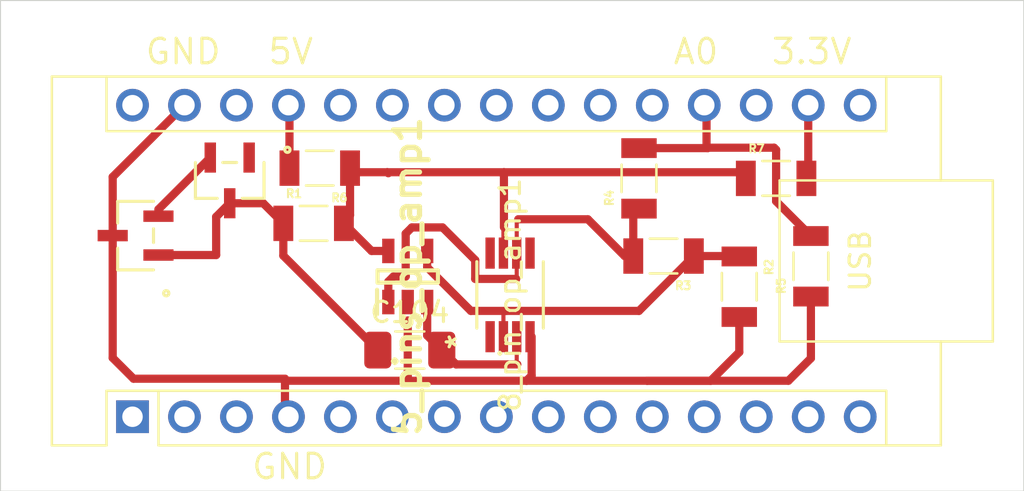
<source format=kicad_pcb>
(kicad_pcb (version 20240108) (generator "pcbnew") (generator_version "8.0")
  (layers (0 "F.Cu" signal) (31 "B.Cu" signal) (34 "B.Paste" user) (35 "F.Paste" user) (36 "B.SilkS" user "B.Silkscreen") (37 "F.SilkS" user "F.Silkscreen") (38 "B.Mask" user) (39 "F.Mask" user) (44 "Edge.Cuts" user))
  (net 0 "")
  (net 1 "Net-(Q1-C)")
  (net 3 "Net-(Q1-B)")
  (net 21 "Net-(A1-3V3)")
  (net 27 "Net-(A1-A0)")
  (net 28 "Net-(A1-+5V)")
  (net 32 "Net-(5_pins_op_amp1-VDD)")
  (net 33 "Net-(5_pins_op_amp1-VIN-)")
  (net 34 "Net-(5_pins_op_amp1-VSS)")
  (net 35 "Net-(5_pins_op_amp1-VOUT)")
  (net 36 "Net-(5_pins_op_amp1-VIN+)")
  (footprint "Capacitor_SMD:C_1206_3216Metric_Pad1.33x1.80mm_HandSolder" (layer "F.Cu") (at 46 66.6)
    (property "Reference" "C104" (at 0 -1.85 0) (layer "F.SilkS"))
    (property "Value" ".1uF")
    (fp_line (start -0.711252 -0.91) (end 0.711252 -0.91) (stroke (width 0.12)) (layer "F.SilkS"))
    (fp_line (start -0.711252 0.91) (end 0.711252 0.91) (stroke (width 0.12)) (layer "F.SilkS"))
    (pad "1" smd roundrect (at -1.5625 0) (size 1.325 1.8) (layers "F.Cu" "F.Paste" "F.Mask") (roundrect_rratio 0.188679) (net 1 "Net-(Q1-C)"))
    (pad "2" smd roundrect (at 1.5625 0) (size 1.325 1.8) (layers "F.Cu" "F.Paste" "F.Mask") (roundrect_rratio 0.188679) (net 36 "Net-(5_pins_op_amp1-VIN+)"))
  )
  (footprint "1206:RESC3116X65N" (layer "F.Cu") (at 58.4 62 180)
    (property "Reference" "R3" (at -0.96 -1.45 180) (layer "F.SilkS") (effects (font (size 0.393701 0.393701))))
    (property "Value" "R")
    (fp_line (start -0.67 0.85) (end 0.67 0.85) (stroke (width 0.127)) (layer "F.SilkS"))
    (fp_line (start -0.67 -0.85) (end 0.67 -0.85) (stroke (width 0.127)) (layer "F.SilkS"))
    (pad "1" smd rect (at -1.48 0 180) (size 0.97 1.73) (layers "F.Cu" "F.Paste" "F.Mask") (net 33 "Net-(5_pins_op_amp1-VIN-)"))
    (pad "2" smd rect (at 1.48 0 180) (size 0.97 1.73) (layers "F.Cu" "F.Paste" "F.Mask") (net 35 "Net-(5_pins_op_amp1-VOUT)"))
  )
  (footprint "1206:RESC3116X65N" (layer "F.Cu") (at 41.6 57.7 180)
    (property "Reference" "R6" (at -0.96 -1.45 180) (layer "F.SilkS") (effects (font (size 0.393701 0.393701))))
    (property "Value" "R")
    (fp_line (start -0.67 0.85) (end 0.67 0.85) (stroke (width 0.127)) (layer "F.SilkS"))
    (fp_line (start -0.67 -0.85) (end 0.67 -0.85) (stroke (width 0.127)) (layer "F.SilkS"))
    (pad "1" smd rect (at -1.48 0 180) (size 0.97 1.73) (layers "F.Cu" "F.Paste" "F.Mask") (net 32 "Net-(5_pins_op_amp1-VDD)"))
    (pad "2" smd rect (at 1.48 0 180) (size 0.97 1.73) (layers "F.Cu" "F.Paste" "F.Mask") (net 28 "Net-(A1-+5V)"))
  )
  (footprint "1206:RESC3116X65N" (layer "F.Cu") (at 65.6 62.5 90)
    (property "Reference" "R5" (at -0.96 -1.45 -90) (layer "F.SilkS") (effects (font (size 0.393701 0.393701))))
    (property "Value" "R")
    (fp_line (start -0.67 -0.85) (end 0.67 -0.85) (stroke (width 0.127)) (layer "F.SilkS"))
    (fp_line (start -0.67 0.85) (end 0.67 0.85) (stroke (width 0.127)) (layer "F.SilkS"))
    (pad "1" smd rect (at -1.48 0 90) (size 0.97 1.73) (layers "F.Cu" "F.Paste" "F.Mask") (net 34 "Net-(5_pins_op_amp1-VSS)"))
    (pad "2" smd rect (at 1.48 0 90) (size 0.97 1.73) (layers "F.Cu" "F.Paste" "F.Mask") (net 27 "Net-(A1-A0)"))
  )
  (footprint "op_amp_MCP6291-E/MS:MSOP8_MC_MCH" (layer "F.Cu") (at 50.9 63.9 90)
    (property "Reference" "8_pin_op_amp1" (at 0 0 90) (layer "F.SilkS"))
    (property "Value" "MCP6L91RT-EMS")
    (fp_line (start 1.6256 -1.6256) (end -1.6256 -1.6256) (stroke (width 0.1524)) (layer "F.SilkS"))
    (fp_line (start -1.6256 1.6256) (end 1.6256 1.6256) (stroke (width 0.1524)) (layer "F.SilkS"))
    (fp_text user "*" (at -2.2987 -2.5752 270) (layer "F.SilkS"))
    (fp_text user "*" (at -2.2987 -2.5752 90) (layer "F.SilkS"))
    (pad "1" smd rect (at -2.0447 -0.974999 90) (size 1.524 0.4572) (layers "F.Cu" "F.Paste" "F.Mask"))
    (pad "2" smd rect (at -2.0447 -0.325001 90) (size 1.524 0.4572) (layers "F.Cu" "F.Paste" "F.Mask") (net 33 "Net-(5_pins_op_amp1-VIN-)"))
    (pad "3" smd rect (at -2.0447 0.325001 90) (size 1.524 0.4572) (layers "F.Cu" "F.Paste" "F.Mask") (net 36 "Net-(5_pins_op_amp1-VIN+)"))
    (pad "4" smd rect (at -2.0447 0.974999 90) (size 1.524 0.4572) (layers "F.Cu" "F.Paste" "F.Mask") (net 34 "Net-(5_pins_op_amp1-VSS)"))
    (pad "5" smd rect (at 2.0447 0.974999 90) (size 1.524 0.4572) (layers "F.Cu" "F.Paste" "F.Mask"))
    (pad "6" smd rect (at 2.0447 0.325001 90) (size 1.524 0.4572) (layers "F.Cu" "F.Paste" "F.Mask") (net 35 "Net-(5_pins_op_amp1-VOUT)"))
    (pad "7" smd rect (at 2.0447 -0.325001 90) (size 1.524 0.4572) (layers "F.Cu" "F.Paste" "F.Mask") (net 32 "Net-(5_pins_op_amp1-VDD)"))
    (pad "8" smd rect (at 2.0447 -0.974999 90) (size 1.524 0.4572) (layers "F.Cu" "F.Paste" "F.Mask"))
  )
  (footprint "1206:RESC3116X65N" (layer "F.Cu") (at 63.9 58.2)
    (property "Reference" "R7" (at -0.96 -1.45 0) (layer "F.SilkS") (effects (font (size 0.393701 0.393701))))
    (property "Value" "R")
    (fp_line (start -0.67 -0.85) (end 0.67 -0.85) (stroke (width 0.127)) (layer "F.SilkS"))
    (fp_line (start -0.67 0.85) (end 0.67 0.85) (stroke (width 0.127)) (layer "F.SilkS"))
    (pad "1" smd rect (at -1.48 0) (size 0.97 1.73) (layers "F.Cu" "F.Paste" "F.Mask") (net 32 "Net-(5_pins_op_amp1-VDD)"))
    (pad "2" smd rect (at 1.48 0) (size 0.97 1.73) (layers "F.Cu" "F.Paste" "F.Mask") (net 21 "Net-(A1-3V3)"))
  )
  (footprint "1206:RESC3116X65N" (layer "F.Cu") (at 62.1 63.5 -90)
    (property "Reference" "R2" (at -0.96 -1.45 90) (layer "F.SilkS") (effects (font (size 0.393701 0.393701))))
    (property "Value" "R")
    (fp_line (start -0.67 0.85) (end 0.67 0.85) (stroke (width 0.127)) (layer "F.SilkS"))
    (fp_line (start -0.67 -0.85) (end 0.67 -0.85) (stroke (width 0.127)) (layer "F.SilkS"))
    (pad "1" smd rect (at -1.48 0 270) (size 0.97 1.73) (layers "F.Cu" "F.Paste" "F.Mask") (net 33 "Net-(5_pins_op_amp1-VIN-)"))
    (pad "2" smd rect (at 1.48 0 270) (size 0.97 1.73) (layers "F.Cu" "F.Paste" "F.Mask") (net 34 "Net-(5_pins_op_amp1-VSS)"))
  )
  (footprint "1206:RESC3116X65N" (layer "F.Cu") (at 41.3 60.4)
    (property "Reference" "R1" (at -0.96 -1.45 360) (layer "F.SilkS") (effects (font (size 0.393701 0.393701))))
    (property "Value" "R")
    (fp_line (start -0.67 -0.85) (end 0.67 -0.85) (stroke (width 0.127)) (layer "F.SilkS"))
    (fp_line (start -0.67 0.85) (end 0.67 0.85) (stroke (width 0.127)) (layer "F.SilkS"))
    (pad "1" smd rect (at -1.48 0) (size 0.97 1.73) (layers "F.Cu" "F.Paste" "F.Mask") (net 1 "Net-(Q1-C)"))
    (pad "2" smd rect (at 1.48 0) (size 0.97 1.73) (layers "F.Cu" "F.Paste" "F.Mask") (net 32 "Net-(5_pins_op_amp1-VDD)"))
  )
  (footprint "op_amp_MCP6291T-E/OT:SOT95P280X145-5N" (layer "F.Cu") (at 45.9 63 90)
    (property "Reference" "5_pins_op_amp1" (at 0 0 270) (layer "F.SilkS") (effects (font (size 1.27 1.27) (thickness 0.254))))
    (property "Value" "MCP6291T-E_OT" (hide yes))
    (fp_line (start -1.85 -1.5) (end -0.65 -1.5) (stroke (width 0.2)) (layer "F.SilkS"))
    (fp_line (start 0.3 -1.475) (end 0.3 1.475) (stroke (width 0.2)) (layer "F.SilkS"))
    (fp_line (start -0.3 -1.475) (end 0.3 -1.475) (stroke (width 0.2)) (layer "F.SilkS"))
    (fp_line (start 0.3 1.475) (end -0.3 1.475) (stroke (width 0.2)) (layer "F.SilkS"))
    (fp_line (start -0.3 1.475) (end -0.3 -1.475) (stroke (width 0.2)) (layer "F.SilkS"))
    (pad "1" smd rect (at -1.25 -0.95 180) (size 0.6 1.2) (layers "F.Cu" "F.Paste" "F.Mask") (net 35 "Net-(5_pins_op_amp1-VOUT)"))
    (pad "2" smd rect (at -1.25 0 180) (size 0.6 1.2) (layers "F.Cu" "F.Paste" "F.Mask") (net 34 "Net-(5_pins_op_amp1-VSS)"))
    (pad "3" smd rect (at -1.25 0.95 180) (size 0.6 1.2) (layers "F.Cu" "F.Paste" "F.Mask") (net 36 "Net-(5_pins_op_amp1-VIN+)"))
    (pad "4" smd rect (at 1.25 0.95 180) (size 0.6 1.2) (layers "F.Cu" "F.Paste" "F.Mask") (net 33 "Net-(5_pins_op_amp1-VIN-)"))
    (pad "5" smd rect (at 1.25 -0.95 180) (size 0.6 1.2) (layers "F.Cu" "F.Paste" "F.Mask") (net 32 "Net-(5_pins_op_amp1-VDD)"))
  )
  (footprint "2SC3356:SOT-23_MINIMOLD_REN" (layer "F.Cu") (at 32.6 61 90)
    (property "Reference" "Q3" (hide yes))
    (property "Value" "2SC3356" (hide yes))
    (fp_line (start 1.6764 -0.8763) (end 0.61214 -0.8763) (stroke (width 0.1524)) (layer "F.SilkS"))
    (fp_line (start -0.61214 -0.8763) (end -1.6764 -0.8763) (stroke (width 0.1524)) (layer "F.SilkS"))
    (fp_line (start -1.6764 -0.8763) (end -1.6764 0.8763) (stroke (width 0.1524)) (layer "F.SilkS"))
    (fp_line (start 1.6764 0.8763) (end 1.6764 -0.8763) (stroke (width 0.1524)) (layer "F.SilkS"))
    (fp_line (start -0.337861 0.8763) (end 0.337861 0.8763) (stroke (width 0.1524)) (layer "F.SilkS"))
    (fp_circle (center -2.8194 1.4986) (end -2.6924 1.4986) (stroke (width 0.1524)) (fill none) (layer "F.SilkS"))
    (pad "1" smd rect (at -0.950001 1.1176 90) (size 0.5588 1.4732) (layers "F.Cu" "F.Paste" "F.Mask") (net 1 "Net-(Q1-C)"))
    (pad "2" smd rect (at 0.950001 1.1176 90) (size 0.5588 1.4732) (layers "F.Cu" "F.Paste" "F.Mask") (net 3 "Net-(Q1-B)"))
    (pad "3" smd rect (at 0 -1.1176 90) (size 0.5588 1.4732) (layers "F.Cu" "F.Paste" "F.Mask") (net 34 "Net-(5_pins_op_amp1-VSS)"))
  )
  (footprint "Module:Arduino_Nano" (layer "F.Cu") (at 32.45 69.86 90)
    (property "Reference" "A1" (hide yes))
    (property "Value" "Arduino_Nano_Every" (hide yes))
    (fp_line (start 16.64 -3.94) (end -1.4 -3.94) (stroke (width 0.12)) (layer "F.SilkS"))
    (fp_line (start -1.4 -3.94) (end -1.4 -1.27) (stroke (width 0.12)) (layer "F.SilkS"))
    (fp_line (start 13.97 -1.27) (end 16.64 -1.27) (stroke (width 0.12)) (layer "F.SilkS"))
    (fp_line (start 13.97 -1.27) (end 13.97 36.83) (stroke (width 0.12)) (layer "F.SilkS"))
    (fp_line (start 1.27 -1.27) (end -1.4 -1.27) (stroke (width 0.12)) (layer "F.SilkS"))
    (fp_line (start 1.27 1.27) (end 1.27 -1.27) (stroke (width 0.12)) (layer "F.SilkS"))
    (fp_line (start 1.27 1.27) (end -1.4 1.27) (stroke (width 0.12)) (layer "F.SilkS"))
    (fp_line (start 1.27 1.27) (end 1.27 36.83) (stroke (width 0.12)) (layer "F.SilkS"))
    (fp_line (start -1.4 1.27) (end -1.4 39.5) (stroke (width 0.12)) (layer "F.SilkS"))
    (fp_line (start 11.56 31.62) (end 11.56 42.04) (stroke (width 0.12)) (layer "F.SilkS"))
    (fp_line (start 3.68 31.62) (end 11.56 31.62) (stroke (width 0.12)) (layer "F.SilkS"))
    (fp_line (start 13.97 36.83) (end 16.64 36.83) (stroke (width 0.12)) (layer "F.SilkS"))
    (fp_line (start 1.27 36.83) (end -1.4 36.83) (stroke (width 0.12)) (layer "F.SilkS"))
    (fp_line (start 16.64 39.5) (end 16.64 -3.94) (stroke (width 0.12)) (layer "F.SilkS"))
    (fp_line (start 16.64 39.5) (end 11.56 39.5) (stroke (width 0.12)) (layer "F.SilkS"))
    (fp_line (start -1.4 39.5) (end 3.68 39.5) (stroke (width 0.12)) (layer "F.SilkS"))
    (fp_line (start 11.56 42.04) (end 3.68 42.04) (stroke (width 0.12)) (layer "F.SilkS"))
    (fp_line (start 3.68 42.04) (end 3.68 31.62) (stroke (width 0.12)) (layer "F.SilkS"))
    (fp_text user "USB" (at 7.62 35.56 90) (layer "F.SilkS"))
    (pad "1" thru_hole rect (at 0 0 90) (size 1.6 1.6) (drill 1) (layers "*.Cu" "*.Mask"))
    (pad "2" thru_hole oval (at 0 2.54 90) (size 1.6 1.6) (drill 1) (layers "*.Cu" "*.Mask"))
    (pad "3" thru_hole oval (at 0 5.08 90) (size 1.6 1.6) (drill 1) (layers "*.Cu" "*.Mask"))
    (pad "4" thru_hole oval (at 0 7.62 90) (size 1.6 1.6) (drill 1) (layers "*.Cu" "*.Mask") (net 34 "Net-(5_pins_op_amp1-VSS)"))
    (pad "5" thru_hole oval (at 0 10.16 90) (size 1.6 1.6) (drill 1) (layers "*.Cu" "*.Mask"))
    (pad "6" thru_hole oval (at 0 12.7 90) (size 1.6 1.6) (drill 1) (layers "*.Cu" "*.Mask"))
    (pad "7" thru_hole oval (at 0 15.24 90) (size 1.6 1.6) (drill 1) (layers "*.Cu" "*.Mask"))
    (pad "8" thru_hole oval (at 0 17.78 90) (size 1.6 1.6) (drill 1) (layers "*.Cu" "*.Mask"))
    (pad "9" thru_hole oval (at 0 20.32 90) (size 1.6 1.6) (drill 1) (layers "*.Cu" "*.Mask"))
    (pad "10" thru_hole oval (at 0 22.86 90) (size 1.6 1.6) (drill 1) (layers "*.Cu" "*.Mask"))
    (pad "11" thru_hole oval (at 0 25.4 90) (size 1.6 1.6) (drill 1) (layers "*.Cu" "*.Mask"))
    (pad "12" thru_hole oval (at 0 27.94 90) (size 1.6 1.6) (drill 1) (layers "*.Cu" "*.Mask"))
    (pad "13" thru_hole oval (at 0 30.48 90) (size 1.6 1.6) (drill 1) (layers "*.Cu" "*.Mask"))
    (pad "14" thru_hole oval (at 0 33.02 90) (size 1.6 1.6) (drill 1) (layers "*.Cu" "*.Mask"))
    (pad "15" thru_hole oval (at 0 35.56 90) (size 1.6 1.6) (drill 1) (layers "*.Cu" "*.Mask"))
    (pad "16" thru_hole oval (at 15.24 35.56 90) (size 1.6 1.6) (drill 1) (layers "*.Cu" "*.Mask"))
    (pad "17" thru_hole oval (at 15.24 33.02 90) (size 1.6 1.6) (drill 1) (layers "*.Cu" "*.Mask") (net 21 "Net-(A1-3V3)"))
    (pad "18" thru_hole oval (at 15.24 30.48 90) (size 1.6 1.6) (drill 1) (layers "*.Cu" "*.Mask"))
    (pad "19" thru_hole oval (at 15.24 27.94 90) (size 1.6 1.6) (drill 1) (layers "*.Cu" "*.Mask") (net 27 "Net-(A1-A0)"))
    (pad "20" thru_hole oval (at 15.24 25.4 90) (size 1.6 1.6) (drill 1) (layers "*.Cu" "*.Mask"))
    (pad "21" thru_hole oval (at 15.24 22.86 90) (size 1.6 1.6) (drill 1) (layers "*.Cu" "*.Mask"))
    (pad "22" thru_hole oval (at 15.24 20.32 90) (size 1.6 1.6) (drill 1) (layers "*.Cu" "*.Mask"))
    (pad "23" thru_hole oval (at 15.24 17.78 90) (size 1.6 1.6) (drill 1) (layers "*.Cu" "*.Mask"))
    (pad "24" thru_hole oval (at 15.24 15.24 90) (size 1.6 1.6) (drill 1) (layers "*.Cu" "*.Mask"))
    (pad "25" thru_hole oval (at 15.24 12.7 90) (size 1.6 1.6) (drill 1) (layers "*.Cu" "*.Mask"))
    (pad "26" thru_hole oval (at 15.24 10.16 90) (size 1.6 1.6) (drill 1) (layers "*.Cu" "*.Mask"))
    (pad "27" thru_hole oval (at 15.24 7.62 90) (size 1.6 1.6) (drill 1) (layers "*.Cu" "*.Mask") (net 28 "Net-(A1-+5V)"))
    (pad "28" thru_hole oval (at 15.24 5.08 90) (size 1.6 1.6) (drill 1) (layers "*.Cu" "*.Mask"))
    (pad "29" thru_hole oval (at 15.24 2.54 90) (size 1.6 1.6) (drill 1) (layers "*.Cu" "*.Mask") (net 34 "Net-(5_pins_op_amp1-VSS)"))
    (pad "30" thru_hole oval (at 15.24 0 90) (size 1.6 1.6) (drill 1) (layers "*.Cu" "*.Mask"))
  )
  (footprint "2SC3356:SOT-23_MINIMOLD_REN" (layer "F.Cu") (at 37.2 58.3 180)
    (property "Reference" "Q1" (hide yes))
    (property "Value" "2SC3356" (hide yes))
    (fp_line (start 1.6764 0.8763) (end 1.6764 -0.8763) (stroke (width 0.1524)) (layer "F.SilkS"))
    (fp_line (start 1.6764 -0.8763) (end 0.61214 -0.8763) (stroke (width 0.1524)) (layer "F.SilkS"))
    (fp_line (start -0.337861 0.8763) (end 0.337861 0.8763) (stroke (width 0.1524)) (layer "F.SilkS"))
    (fp_line (start -0.61214 -0.8763) (end -1.6764 -0.8763) (stroke (width 0.1524)) (layer "F.SilkS"))
    (fp_line (start -1.6764 -0.8763) (end -1.6764 0.8763) (stroke (width 0.1524)) (layer "F.SilkS"))
    (fp_circle (center -2.8194 1.4986) (end -2.6924 1.4986) (stroke (width 0.1524)) (fill none) (layer "F.SilkS"))
    (pad "1" smd rect (at -0.950001 1.1176 180) (size 0.5588 1.4732) (layers "F.Cu" "F.Paste" "F.Mask"))
    (pad "2" smd rect (at 0.950001 1.1176 180) (size 0.5588 1.4732) (layers "F.Cu" "F.Paste" "F.Mask") (net 3 "Net-(Q1-B)"))
    (pad "3" smd rect (at 0 -1.1176 180) (size 0.5588 1.4732) (layers "F.Cu" "F.Paste" "F.Mask") (net 1 "Net-(Q1-C)"))
  )
  (footprint "1206:RESC3116X65N" (layer "F.Cu") (at 57.2 58.2 90)
    (property "Reference" "R4" (at -0.96 -1.45 -90) (layer "F.SilkS") (effects (font (size 0.393701 0.393701))))
    (property "Value" "R")
    (fp_line (start -0.67 -0.85) (end 0.67 -0.85) (stroke (width 0.127)) (layer "F.SilkS"))
    (fp_line (start -0.67 0.85) (end 0.67 0.85) (stroke (width 0.127)) (layer "F.SilkS"))
    (pad "1" smd rect (at -1.48 0 90) (size 0.97 1.73) (layers "F.Cu" "F.Paste" "F.Mask") (net 35 "Net-(5_pins_op_amp1-VOUT)"))
    (pad "2" smd rect (at 1.48 0 90) (size 0.97 1.73) (layers "F.Cu" "F.Paste" "F.Mask") (net 27 "Net-(A1-A0)"))
  )
  (gr_rect (start 26 49.5) (end 76 73.5) (stroke (width 0.05)) (fill none) (layer "Edge.Cuts"))
  (gr_text "5V" (at 39 52.7 0) (layer "F.SilkS") (effects (font (size 1.2 1.2)) (justify left bottom)))
  (gr_text "3.3V" (at 63.6 52.7 0) (layer "F.SilkS") (effects (font (size 1.2 1.2)) (justify left bottom)))
  (gr_text "GND" (at 33 52.7 0) (layer "F.SilkS") (effects (font (size 1.2 1.2)) (justify left bottom)))
  (gr_text "A0" (at 58.8 52.7 0) (layer "F.SilkS") (effects (font (size 1.2 1.2)) (justify left bottom)))
  (gr_text "GND" (at 38.2 73 0) (layer "F.SilkS") (effects (font (size 1.2 1.2)) (justify left bottom)))
  (segment (start 44.4375 66.6) (end 39.82 61.9825) (width 0.4) (layer "F.Cu") (net 1))
  (segment (start 36.5375 60.0801) (end 37.2 59.4176) (width 0.4) (layer "F.Cu") (net 1))
  (segment (start 39.82 61.9825) (end 39.82 60.4) (width 0.4) (layer "F.Cu") (net 1))
  (segment (start 33.7176 61.950001) (end 36.5375 61.950001) (width 0.4) (layer "F.Cu") (net 1))
  (segment (start 36.5375 61.950001) (end 36.5375 60.0801) (width 0.4) (layer "F.Cu") (net 1))
  (segment (start 37.2 59.4176) (end 38.8376 59.4176) (width 0.4) (layer "F.Cu") (net 1))
  (segment (start 38.8376 59.4176) (end 39.82 60.4) (width 0.4) (layer "F.Cu") (net 1))
  (segment (start 33.7176 59.714799) (end 36.249999 57.1824) (width 0.4) (layer "F.Cu") (net 3))
  (segment (start 33.7176 60.049999) (end 33.7176 59.714799) (width 0.4) (layer "F.Cu") (net 3))
  (segment (start 65.47 54.62) (end 65.47 57.9) (width 0.4) (layer "F.Cu") (net 21))
  (segment (start 60.39 54.79) (end 60.39 54.62) (width 0.4) (layer "F.Cu") (net 27))
  (segment (start 60.39 54.62) (end 60.39 54.61) (width 0.4) (layer "F.Cu") (net 27))
  (segment (start 60.58 56.7) (end 60.5 56.62) (width 0.4) (layer "F.Cu") (net 27))
  (segment (start 60.39 54.79) (end 60.5 54.9) (width 0.4) (layer "F.Cu") (net 27))
  (segment (start 60.5 56.62) (end 60.5 54.73) (width 0.4) (layer "F.Cu") (net 27))
  (segment (start 65.6 61.02) (end 63.9 59.32) (width 0.4) (layer "F.Cu") (net 27))
  (segment (start 60.39 54.62) (end 60.39 55.19) (width 0.4) (layer "F.Cu") (net 27))
  (segment (start 63.9 56.8) (end 63.8 56.7) (width 0.4) (layer "F.Cu") (net 27))
  (segment (start 63.8 56.7) (end 60.58 56.7) (width 0.4) (layer "F.Cu") (net 27))
  (segment (start 57.2 56.72) (end 60.56 56.72) (width 0.4) (layer "F.Cu") (net 27))
  (segment (start 60.5 54.73) (end 60.39 54.62) (width 0.4) (layer "F.Cu") (net 27))
  (segment (start 60.39 54.61) (end 60.5 54.5) (width 0.4) (layer "F.Cu") (net 27))
  (segment (start 60.39 55.19) (end 60.5 55.3) (width 0.4) (layer "F.Cu") (net 27))
  (segment (start 60.56 56.72) (end 60.58 56.7) (width 0.4) (layer "F.Cu") (net 27))
  (segment (start 63.9 59.32) (end 63.9 56.8) (width 0.4) (layer "F.Cu") (net 27))
  (segment (start 40.12 54.67) (end 40.07 54.62) (width 0.4) (layer "F.Cu") (net 28))
  (segment (start 40.12 57.7) (end 40.12 54.67) (width 0.4) (layer "F.Cu") (net 28))
  (segment (start 44.9 57.9) (end 43.28 57.9) (width 0.4) (layer "F.Cu") (net 32))
  (segment (start 62.02 57.9) (end 50.6 57.9) (width 0.4) (layer "F.Cu") (net 32))
  (segment (start 42.88 60.3) (end 42.78 60.4) (width 0.4) (layer "F.Cu") (net 32))
  (segment (start 44.95 61.75) (end 44.13 61.75) (width 0.4) (layer "F.Cu") (net 32))
  (segment (start 62.12 57.8) (end 62.02 57.9) (width 0.4) (layer "F.Cu") (net 32))
  (segment (start 43.28 57.9) (end 43.08 57.7) (width 0.4) (layer "F.Cu") (net 32))
  (segment (start 50.574999 61.8553) (end 50.574999 60.618301) (width 0.2) (layer "F.Cu") (net 32))
  (segment (start 50.574999 60.618301) (end 50.6 60.5933) (width 0.2) (layer "F.Cu") (net 32))
  (segment (start 43.08 57.7) (end 43.08 60) (width 0.4) (layer "F.Cu") (net 32))
  (segment (start 43.08 60) (end 42.68 60.4) (width 0.4) (layer "F.Cu") (net 32))
  (segment (start 44.95 57.95) (end 44.9 57.9) (width 0.4) (layer "F.Cu") (net 32))
  (segment (start 50.6 57.9) (end 44.9 57.9) (width 0.4) (layer "F.Cu") (net 32))
  (segment (start 50.6 58.1) (end 50.6 60.5933) (width 0.4) (layer "F.Cu") (net 32))
  (segment (start 50.6 57.9) (end 50.6 58.1) (width 0.4) (layer "F.Cu") (net 32))
  (segment (start 44.13 61.75) (end 42.78 60.4) (width 0.4) (layer "F.Cu") (net 32))
  (segment (start 59.88 62) (end 62.08 62) (width 0.4) (layer "F.Cu") (net 33))
  (segment (start 46.85 61.75) (end 46.85 62.55) (width 0.4) (layer "F.Cu") (net 33))
  (segment (start 50.574999 65.9447) (end 50.574999 64.807701) (width 0.2) (layer "F.Cu") (net 33))
  (segment (start 46.85 62.55) (end 48.9827 64.6827) (width 0.4) (layer "F.Cu") (net 33))
  (segment (start 57.1973 64.6827) (end 59.88 62) (width 0.4) (layer "F.Cu") (net 33))
  (segment (start 48.9827 64.6827) (end 50.7 64.6827) (width 0.4) (layer "F.Cu") (net 33))
  (segment (start 62.08 62) (end 62.1 62.02) (width 0.4) (layer "F.Cu") (net 33))
  (segment (start 50.574999 64.807701) (end 50.7 64.6827) (width 0.2) (layer "F.Cu") (net 33))
  (segment (start 50.7 64.6827) (end 57.1973 64.6827) (width 0.4) (layer "F.Cu") (net 33))
  (segment (start 45.7 68.1) (end 51.7 68.1) (width 0.4) (layer "F.Cu") (net 34))
  (segment (start 39.9 69.7) (end 39.9 68.1) (width 0.4) (layer "F.Cu") (net 34))
  (segment (start 40.07 69.86) (end 40.06 69.86) (width 0.4) (layer "F.Cu") (net 34))
  (segment (start 34.99 54.62) (end 31.4824 58.1276) (width 0.4) (layer "F.Cu") (net 34))
  (segment (start 31.4824 58.1276) (end 31.4824 61) (width 0.4) (layer "F.Cu") (net 34))
  (segment (start 40.06 69.86) (end 39.9 69.7) (width 0.4) (layer "F.Cu") (net 34))
  (segment (start 57.6 68.1) (end 60.7 68.1) (width 0.4) (layer "F.Cu") (net 34))
  (segment (start 39.9 68.1) (end 39.9 68) (width 0.4) (layer "F.Cu") (net 34))
  (segment (start 62.1 66.7) (end 62.1 64.98) (width 0.4) (layer "F.Cu") (net 34))
  (segment (start 32.5 68) (end 31.4824 66.9824) (width 0.4) (layer "F.Cu") (net 34))
  (segment (start 45.7 68.1) (end 45.9 67.9) (width 0.4) (layer "F.Cu") (net 34))
  (segment (start 65.6 67) (end 65.6 63.98) (width 0.4) (layer "F.Cu") (net 34))
  (segment (start 57.6 68.1) (end 64.5 68.1) (width 0.4) (layer "F.Cu") (net 34))
  (segment (start 51.953601 67.846399) (end 51.953601 65.9447) (width 0.4) (layer "F.Cu") (net 34))
  (segment (start 60.7 68.1) (end 62.1 66.7) (width 0.4) (layer "F.Cu") (net 34))
  (segment (start 39.9 68) (end 32.5 68) (width 0.4) (layer "F.Cu") (net 34))
  (segment (start 39.9 68.1) (end 45.7 68.1) (width 0.4) (layer "F.Cu") (net 34))
  (segment (start 45.9 67.9) (end 45.9 65.15) (width 0.4) (layer "F.Cu") (net 34))
  (segment (start 51.7 68.1) (end 51.953601 67.846399) (width 0.4) (layer "F.Cu") (net 34))
  (segment (start 51.7 68.1) (end 57.6 68.1) (width 0.4) (layer "F.Cu") (net 34))
  (segment (start 31.4824 66.9824) (end 31.4824 61) (width 0.4) (layer "F.Cu") (net 34))
  (segment (start 64.5 68.1) (end 65.6 67) (width 0.4) (layer "F.Cu") (net 34))
  (segment (start 51.225001 61.8553) (end 51.225001 60.274999) (width 0.2) (layer "F.Cu") (net 35))
  (segment (start 44.95 63.25) (end 45.2 63) (width 0.4) (layer "F.Cu") (net 35))
  (segment (start 54.7 60.2) (end 51.3 60.2) (width 0.4) (layer "F.Cu") (net 35))
  (segment (start 51.225001 63.092299) (end 51.2 63.1173) (width 0.2) (layer "F.Cu") (net 35))
  (segment (start 56.92 62) (end 56.5 62) (width 0.4) (layer "F.Cu") (net 35))
  (segment (start 56.5 62) (end 54.7 60.2) (width 0.4) (layer "F.Cu") (net 35))
  (segment (start 44.95 64.25) (end 44.95 63.25) (width 0.4) (layer "F.Cu") (net 35))
  (segment (start 45.8 60.9) (end 46.1 60.6) (width 0.4) (layer "F.Cu") (net 35))
  (segment (start 45.2 63) (end 45.8 63) (width 0.4) (layer "F.Cu") (net 35))
  (segment (start 49.196401 62.196401) (end 49.196401 63.1173) (width 0.4) (layer "F.Cu") (net 35))
  (segment (start 46.1 60.6) (end 47.6 60.6) (width 0.4) (layer "F.Cu") (net 35))
  (segment (start 47.6 60.6) (end 49.196401 62.196401) (width 0.4) (layer "F.Cu") (net 35))
  (segment (start 51.225001 61.8553) (end 51.225001 63.092299) (width 0.2) (layer "F.Cu") (net 35))
  (segment (start 49.196401 63.1173) (end 51.2 63.1173) (width 0.4) (layer "F.Cu") (net 35))
  (segment (start 45.8 63) (end 45.8 60.9) (width 0.4) (layer "F.Cu") (net 35))
  (segment (start 56.92 62) (end 56.92 59.96) (width 0.4) (layer "F.Cu") (net 35))
  (segment (start 56.92 59.96) (end 57.2 59.68) (width 0.4) (layer "F.Cu") (net 35))
  (segment (start 51.225001 60.274999) (end 51.3 60.2) (width 0.2) (layer "F.Cu") (net 35))
  (segment (start 48.2625 67.3) (end 51.253601 67.3) (width 0.4) (layer "F.Cu") (net 36))
  (segment (start 47.5625 66.6) (end 48.2625 67.3) (width 0.4) (layer "F.Cu") (net 36))
  (segment (start 46.85 65.8875) (end 47.5625 66.6) (width 0.4) (layer "F.Cu") (net 36))
  (segment (start 51.225001 65.9447) (end 51.225001 67.2714) (width 0.2) (layer "F.Cu") (net 36))
  (segment (start 46.85 64.25) (end 46.85 65.8875) (width 0.4) (layer "F.Cu") (net 36))
  (segment (start 51.225001 67.2714) (end 51.253601 67.3) (width 0.2) (layer "F.Cu") (net 36))
)
</source>
